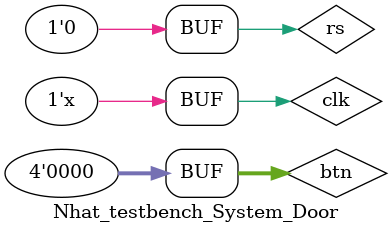
<source format=v>
`timescale 1s/1ms

module Nhat_testbench_System_Door();

reg clk = 0;
reg rs;
reg [4:1] btn;
wire Led_Green, Led_Red;

System_Door uut (.clk(clk), .rs(rs), .btn(btn), .Led_Green(Led_Green), .Led_Red(Led_Red));

always #5 clk = ~clk; // 10ns mot chu ky

initial begin
// Reset he thong
rs = 1; btn = 4'b0000;
#20; rs = 0;

// Test 1: Nhap dung mat khau (1-3-2-4)
#10 btn = 4'b0001;
#10 btn = 4'b0100;
#10 btn = 4'b0010;
#10 btn = 4'b1000;
#10 btn = 4'b0000; 


// Reset lai
#100 rs = 1; 
#20 rs = 0;

// Test 2: Nhap sai mat khau (1-2-3-4)
#10 btn = 4'b0001;
#10 btn = 4'b0010;
#10 btn = 4'b0100;
#10 btn = 4'b1000;
#10 btn = 4'b0000;

// Reset lai
#100 rs = 1; 
#20 rs = 0;

// Test 3: Nhan 1 nut va khong nhan nut nao nua
#10 btn = 4'b0001;
#10 btn = 4'b1000;
#10 btn = 4'b1000;
#10 btn = 4'b0000;

// Reset lai
#100 rs = 1; 
#20 rs = 0;

// Test 4: Khong nhan nut nao trong 10 chu ky
#120;
end

endmodule



</source>
